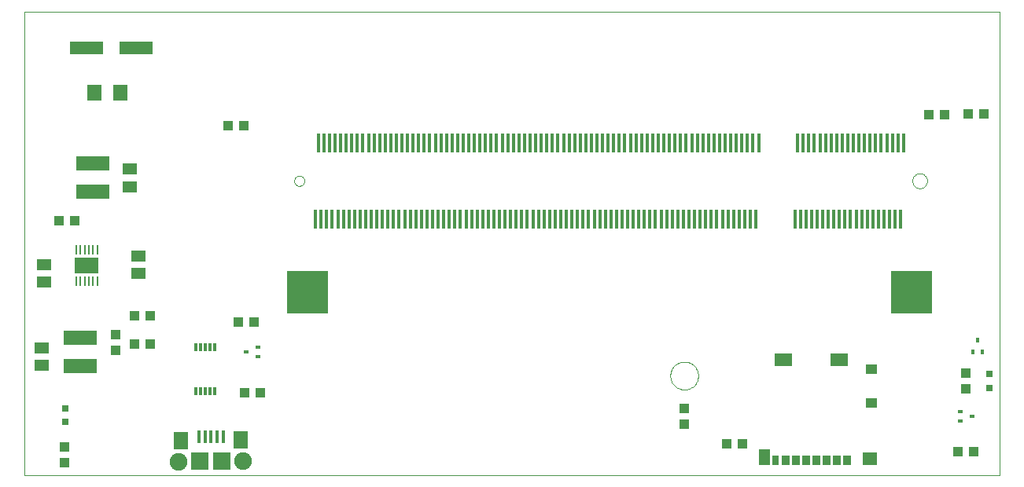
<source format=gtp>
G04 EAGLE Gerber RS-274X export*
G75*
%MOIN*%
%FSLAX34Y34*%
%LPD*%
%INTop solder paste for stencil*%
%IPPOS*%
%AMOC8*
5,1,8,0,0,1.08239X$1,22.5*%
G01*
%ADD10C,0.000000*%
%ADD11R,0.013780X0.078740*%
%ADD12R,0.177165X0.181102*%
%ADD13R,0.013780X0.055118*%
%ADD14R,0.060866X0.074803*%
%ADD15R,0.074803X0.074803*%
%ADD16C,0.074803*%
%ADD17R,0.011811X0.037402*%
%ADD18R,0.039370X0.043307*%
%ADD19R,0.020079X0.015748*%
%ADD20R,0.015748X0.020079*%
%ADD21R,0.043307X0.039370*%
%ADD22R,0.031496X0.031496*%
%ADD23R,0.140000X0.055118*%
%ADD24R,0.098425X0.066929*%
%ADD25R,0.009843X0.039370*%
%ADD26R,0.062992X0.070866*%
%ADD27R,0.059055X0.051181*%
%ADD28R,0.141732X0.059055*%
%ADD29R,0.033465X0.043307*%
%ADD30R,0.029528X0.043307*%
%ADD31R,0.061024X0.053150*%
%ADD32R,0.046063X0.070866*%
%ADD33R,0.074803X0.053150*%
%ADD34R,0.047244X0.039370*%


D10*
X-5906Y0D02*
X35433Y0D01*
X35433Y19685D01*
X-5906Y19685D01*
X-5906Y0D01*
X21473Y4233D02*
X21475Y4281D01*
X21481Y4329D01*
X21491Y4376D01*
X21504Y4422D01*
X21522Y4467D01*
X21542Y4511D01*
X21567Y4553D01*
X21595Y4592D01*
X21625Y4629D01*
X21659Y4663D01*
X21696Y4695D01*
X21734Y4724D01*
X21775Y4749D01*
X21818Y4771D01*
X21863Y4789D01*
X21909Y4803D01*
X21956Y4814D01*
X22004Y4821D01*
X22052Y4824D01*
X22100Y4823D01*
X22148Y4818D01*
X22196Y4809D01*
X22242Y4797D01*
X22287Y4780D01*
X22331Y4760D01*
X22373Y4737D01*
X22413Y4710D01*
X22451Y4680D01*
X22486Y4647D01*
X22518Y4611D01*
X22548Y4573D01*
X22574Y4532D01*
X22596Y4489D01*
X22616Y4445D01*
X22631Y4400D01*
X22643Y4353D01*
X22651Y4305D01*
X22655Y4257D01*
X22655Y4209D01*
X22651Y4161D01*
X22643Y4113D01*
X22631Y4066D01*
X22616Y4021D01*
X22596Y3977D01*
X22574Y3934D01*
X22548Y3893D01*
X22518Y3855D01*
X22486Y3819D01*
X22451Y3786D01*
X22413Y3756D01*
X22373Y3729D01*
X22331Y3706D01*
X22287Y3686D01*
X22242Y3669D01*
X22196Y3657D01*
X22148Y3648D01*
X22100Y3643D01*
X22052Y3642D01*
X22004Y3645D01*
X21956Y3652D01*
X21909Y3663D01*
X21863Y3677D01*
X21818Y3695D01*
X21775Y3717D01*
X21734Y3742D01*
X21696Y3771D01*
X21659Y3803D01*
X21625Y3837D01*
X21595Y3874D01*
X21567Y3913D01*
X21542Y3955D01*
X21522Y3999D01*
X21504Y4044D01*
X21491Y4090D01*
X21481Y4137D01*
X21475Y4185D01*
X21473Y4233D01*
D11*
X31354Y14114D03*
X31236Y10886D03*
X31118Y14114D03*
X31000Y10886D03*
X30882Y14114D03*
X30764Y10886D03*
X30646Y14114D03*
X30528Y10886D03*
X30409Y14114D03*
X30291Y10886D03*
X30173Y14114D03*
X30055Y10886D03*
X29937Y14114D03*
X29819Y10886D03*
X29701Y14114D03*
X29583Y10886D03*
X29465Y14114D03*
X29346Y10886D03*
X29228Y14114D03*
X29110Y10886D03*
X28992Y14114D03*
X28874Y10886D03*
X28756Y14114D03*
X28638Y10886D03*
X28520Y14114D03*
X28402Y10886D03*
X28283Y14114D03*
X28165Y10886D03*
X28047Y14114D03*
X27929Y10886D03*
X27811Y14114D03*
X27693Y10886D03*
X27575Y14114D03*
X27457Y10886D03*
X27339Y14114D03*
X27220Y10886D03*
X27102Y14114D03*
X26984Y10886D03*
X26866Y14114D03*
X26748Y10886D03*
X25213Y14114D03*
X25094Y10886D03*
X24976Y14114D03*
X24858Y10886D03*
X24740Y14114D03*
X24622Y10886D03*
X24504Y14114D03*
X24386Y10886D03*
X24268Y14114D03*
X24150Y10886D03*
X24031Y14114D03*
X23913Y10886D03*
X23795Y14114D03*
X23677Y10886D03*
X23559Y14114D03*
X23441Y10886D03*
X23323Y14114D03*
X23205Y10886D03*
X23087Y14114D03*
X22969Y10886D03*
X22850Y14114D03*
X22732Y10886D03*
X22614Y14114D03*
X22496Y10886D03*
X22378Y14114D03*
X22260Y10886D03*
X22142Y14114D03*
X22024Y10886D03*
X21906Y14114D03*
X21787Y10886D03*
X21669Y14114D03*
X21551Y10886D03*
X21433Y14114D03*
X21315Y10886D03*
X21197Y14114D03*
X21079Y10886D03*
X20961Y14114D03*
X20843Y10886D03*
X20724Y14114D03*
X20606Y10886D03*
X20488Y14114D03*
X20370Y10886D03*
X20252Y14114D03*
X20134Y10886D03*
X20016Y14114D03*
X19898Y10886D03*
X19780Y14114D03*
X19661Y10886D03*
X19543Y14114D03*
X19425Y10886D03*
X19307Y14114D03*
X19189Y10886D03*
X19071Y14114D03*
X18953Y10886D03*
X18835Y14114D03*
X18717Y10886D03*
X18598Y14114D03*
X18480Y10886D03*
X18362Y14114D03*
X18244Y10886D03*
X18126Y14114D03*
X18008Y10886D03*
X17890Y14114D03*
X17772Y10886D03*
X17654Y14114D03*
X17535Y10886D03*
X17417Y14114D03*
X17299Y10886D03*
X17181Y14114D03*
X17063Y10886D03*
X16945Y14114D03*
X16827Y10886D03*
X16709Y14114D03*
X16591Y10886D03*
X16472Y14114D03*
X16354Y10886D03*
X16236Y14114D03*
X16118Y10886D03*
X16000Y14114D03*
X15882Y10886D03*
X15764Y14114D03*
X15646Y10886D03*
X15528Y14114D03*
X15409Y10886D03*
X15291Y14114D03*
X15173Y10886D03*
X15055Y14114D03*
X14937Y10886D03*
X14819Y14114D03*
X14701Y10886D03*
X14583Y14114D03*
X14465Y10886D03*
X14346Y14114D03*
X14228Y10886D03*
X14110Y14114D03*
X13992Y10886D03*
X13874Y14114D03*
X13756Y10886D03*
X13638Y14114D03*
X13520Y10886D03*
X13402Y14114D03*
X13283Y10886D03*
X13165Y14114D03*
X13047Y10886D03*
X12929Y14114D03*
X12811Y10886D03*
X12693Y14114D03*
X12575Y10886D03*
X12457Y14114D03*
X12339Y10886D03*
X12220Y14114D03*
X12102Y10886D03*
X11984Y14114D03*
X11866Y10886D03*
X11748Y14114D03*
X11630Y10886D03*
X11512Y14114D03*
X11394Y10886D03*
X11276Y14114D03*
X11157Y10886D03*
X11039Y14114D03*
X10921Y10886D03*
X10803Y14114D03*
X10685Y10886D03*
X10567Y14114D03*
X10449Y10886D03*
X10331Y14114D03*
X10213Y10886D03*
X10094Y14114D03*
X9976Y10886D03*
X9858Y14114D03*
X9740Y10886D03*
X9622Y14114D03*
X9504Y10886D03*
X9386Y14114D03*
X9268Y10886D03*
X9150Y14114D03*
X9031Y10886D03*
X8913Y14114D03*
X8795Y10886D03*
X8677Y14114D03*
X8559Y10886D03*
X8441Y14114D03*
X8323Y10886D03*
X8205Y14114D03*
X8087Y10886D03*
X7969Y14114D03*
X7850Y10886D03*
X7732Y14114D03*
X7614Y10886D03*
X7496Y14114D03*
X7378Y10886D03*
X7260Y14114D03*
X7142Y10886D03*
X7024Y14114D03*
X6906Y10886D03*
X6787Y14114D03*
X6669Y10886D03*
X6551Y14114D03*
X6433Y10886D03*
D12*
X31709Y7776D03*
X6079Y7776D03*
D10*
X31728Y12500D02*
X31730Y12535D01*
X31736Y12570D01*
X31746Y12604D01*
X31759Y12637D01*
X31776Y12668D01*
X31797Y12696D01*
X31820Y12723D01*
X31847Y12746D01*
X31875Y12767D01*
X31906Y12784D01*
X31939Y12797D01*
X31973Y12807D01*
X32008Y12813D01*
X32043Y12815D01*
X32078Y12813D01*
X32113Y12807D01*
X32147Y12797D01*
X32180Y12784D01*
X32211Y12767D01*
X32239Y12746D01*
X32266Y12723D01*
X32289Y12696D01*
X32310Y12668D01*
X32327Y12637D01*
X32340Y12604D01*
X32350Y12570D01*
X32356Y12535D01*
X32358Y12500D01*
X32356Y12465D01*
X32350Y12430D01*
X32340Y12396D01*
X32327Y12363D01*
X32310Y12332D01*
X32289Y12304D01*
X32266Y12277D01*
X32239Y12254D01*
X32211Y12233D01*
X32180Y12216D01*
X32147Y12203D01*
X32113Y12193D01*
X32078Y12187D01*
X32043Y12185D01*
X32008Y12187D01*
X31973Y12193D01*
X31939Y12203D01*
X31906Y12216D01*
X31875Y12233D01*
X31847Y12254D01*
X31820Y12277D01*
X31797Y12304D01*
X31776Y12332D01*
X31759Y12363D01*
X31746Y12396D01*
X31736Y12430D01*
X31730Y12465D01*
X31728Y12500D01*
X5527Y12500D02*
X5529Y12529D01*
X5535Y12557D01*
X5544Y12585D01*
X5557Y12611D01*
X5574Y12634D01*
X5593Y12656D01*
X5615Y12675D01*
X5640Y12690D01*
X5666Y12703D01*
X5694Y12711D01*
X5722Y12716D01*
X5751Y12717D01*
X5780Y12714D01*
X5808Y12707D01*
X5835Y12697D01*
X5861Y12683D01*
X5884Y12666D01*
X5905Y12646D01*
X5923Y12623D01*
X5938Y12598D01*
X5949Y12571D01*
X5957Y12543D01*
X5961Y12514D01*
X5961Y12486D01*
X5957Y12457D01*
X5949Y12429D01*
X5938Y12402D01*
X5923Y12377D01*
X5905Y12354D01*
X5884Y12334D01*
X5861Y12317D01*
X5835Y12303D01*
X5808Y12293D01*
X5780Y12286D01*
X5751Y12283D01*
X5722Y12284D01*
X5694Y12289D01*
X5666Y12297D01*
X5640Y12310D01*
X5615Y12325D01*
X5593Y12344D01*
X5574Y12366D01*
X5557Y12389D01*
X5544Y12415D01*
X5535Y12443D01*
X5529Y12471D01*
X5527Y12500D01*
D13*
X1488Y1634D03*
X2512Y1634D03*
X1744Y1634D03*
X2000Y1634D03*
X2256Y1634D03*
D14*
X720Y1471D03*
X3270Y1491D03*
D15*
X1530Y591D03*
X2460Y591D03*
D16*
X620Y571D03*
X3370Y601D03*
D17*
X2144Y5435D03*
X1947Y5435D03*
X1750Y5435D03*
X1553Y5435D03*
X1356Y5435D03*
X1356Y3565D03*
X1553Y3565D03*
X1750Y3565D03*
X1947Y3565D03*
X2144Y3565D03*
D18*
X3165Y6500D03*
X3835Y6500D03*
D19*
X4006Y5053D03*
X4006Y5447D03*
X3494Y5250D03*
D18*
X3415Y3500D03*
X4085Y3500D03*
D20*
X34303Y5244D03*
X34697Y5244D03*
X34500Y5756D03*
D19*
X33744Y2697D03*
X33744Y2303D03*
X34256Y2500D03*
D18*
X33665Y1000D03*
X34335Y1000D03*
D21*
X34000Y4335D03*
X34000Y3665D03*
X22050Y2165D03*
X22050Y2835D03*
D22*
X35000Y4295D03*
X35000Y3705D03*
D23*
X-3277Y18146D03*
X-1187Y18146D03*
D21*
X3409Y14831D03*
X2740Y14831D03*
D24*
X-3260Y8906D03*
D25*
X-2817Y9575D03*
X-2994Y9575D03*
X-3171Y9575D03*
X-3348Y9575D03*
X-3526Y9575D03*
X-3703Y9575D03*
X-3703Y8236D03*
X-3526Y8236D03*
X-3348Y8236D03*
X-3171Y8236D03*
X-2994Y8236D03*
X-2817Y8236D03*
D18*
X-571Y6783D03*
X-1240Y6783D03*
X-3760Y10795D03*
X-4429Y10795D03*
D21*
X-2035Y5295D03*
X-2035Y5965D03*
D26*
X-1835Y16236D03*
X-2937Y16236D03*
D27*
X-1067Y8575D03*
X-1067Y9323D03*
X-5059Y8209D03*
X-5059Y8957D03*
X-5189Y4673D03*
X-5189Y5421D03*
X-1429Y12996D03*
X-1429Y12248D03*
D28*
X-3535Y5833D03*
X-3535Y4632D03*
X-2996Y12045D03*
X-2996Y13246D03*
D21*
X-1240Y5575D03*
X-571Y5575D03*
D22*
X-4189Y2264D03*
X-4189Y2854D03*
D21*
X-4205Y539D03*
X-4205Y1209D03*
D29*
X28955Y642D03*
X28522Y642D03*
X28089Y642D03*
X27656Y642D03*
X27222Y642D03*
X26789Y642D03*
X26356Y642D03*
D30*
X25943Y642D03*
D31*
X29923Y691D03*
D32*
X25467Y780D03*
D33*
X26264Y4904D03*
X28614Y4904D03*
D34*
X29992Y4520D03*
X29992Y3063D03*
D21*
X24516Y1335D03*
X23846Y1335D03*
X34774Y15337D03*
X34105Y15337D03*
D18*
X32413Y15306D03*
X33082Y15306D03*
M02*

</source>
